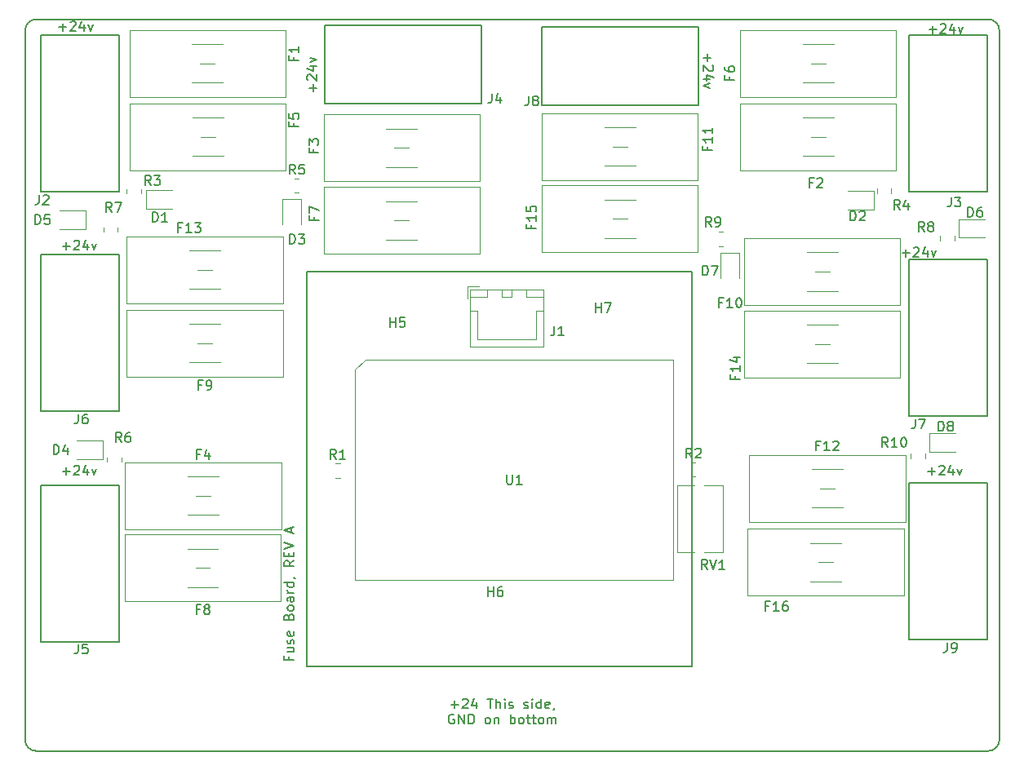
<source format=gto>
G04 #@! TF.GenerationSoftware,KiCad,Pcbnew,(6.0.1)*
G04 #@! TF.CreationDate,2022-02-16T17:26:56-07:00*
G04 #@! TF.ProjectId,MinesRobotics_PDB,4d696e65-7352-46f6-926f-746963735f50,rev?*
G04 #@! TF.SameCoordinates,Original*
G04 #@! TF.FileFunction,Legend,Top*
G04 #@! TF.FilePolarity,Positive*
%FSLAX46Y46*%
G04 Gerber Fmt 4.6, Leading zero omitted, Abs format (unit mm)*
G04 Created by KiCad (PCBNEW (6.0.1)) date 2022-02-16 17:26:56*
%MOMM*%
%LPD*%
G01*
G04 APERTURE LIST*
%ADD10C,0.150000*%
G04 #@! TA.AperFunction,Profile*
%ADD11C,0.150000*%
G04 #@! TD*
%ADD12C,0.120000*%
G04 APERTURE END LIST*
D10*
X110500000Y-77000000D02*
X150500000Y-77000000D01*
X150500000Y-77000000D02*
X150500000Y-118000000D01*
X150500000Y-118000000D02*
X110500000Y-118000000D01*
X110500000Y-118000000D02*
X110500000Y-77000000D01*
D11*
X181229000Y-126746000D02*
G75*
G03*
X182372000Y-125603000I0J1143000D01*
G01*
X82423000Y-50800000D02*
G75*
G03*
X81280000Y-51943000I0J-1143000D01*
G01*
X181229000Y-50800000D02*
X82423000Y-50800000D01*
X82423000Y-126746000D02*
X181229000Y-126746000D01*
X81280000Y-51943000D02*
X81280000Y-125603000D01*
X182372000Y-51943000D02*
G75*
G03*
X181229000Y-50800000I-1143000J0D01*
G01*
X81280000Y-125603000D02*
G75*
G03*
X82423000Y-126746000I1143000J0D01*
G01*
X182372000Y-125603000D02*
X182372000Y-51943000D01*
D10*
X174942714Y-97734428D02*
X175704619Y-97734428D01*
X175323666Y-98115380D02*
X175323666Y-97353476D01*
X176133190Y-97210619D02*
X176180809Y-97163000D01*
X176276047Y-97115380D01*
X176514142Y-97115380D01*
X176609380Y-97163000D01*
X176657000Y-97210619D01*
X176704619Y-97305857D01*
X176704619Y-97401095D01*
X176657000Y-97543952D01*
X176085571Y-98115380D01*
X176704619Y-98115380D01*
X177561761Y-97448714D02*
X177561761Y-98115380D01*
X177323666Y-97067761D02*
X177085571Y-97782047D01*
X177704619Y-97782047D01*
X177990333Y-97448714D02*
X178228428Y-98115380D01*
X178466523Y-97448714D01*
X172285714Y-75071428D02*
X173047619Y-75071428D01*
X172666666Y-75452380D02*
X172666666Y-74690476D01*
X173476190Y-74547619D02*
X173523809Y-74500000D01*
X173619047Y-74452380D01*
X173857142Y-74452380D01*
X173952380Y-74500000D01*
X174000000Y-74547619D01*
X174047619Y-74642857D01*
X174047619Y-74738095D01*
X174000000Y-74880952D01*
X173428571Y-75452380D01*
X174047619Y-75452380D01*
X174904761Y-74785714D02*
X174904761Y-75452380D01*
X174666666Y-74404761D02*
X174428571Y-75119047D01*
X175047619Y-75119047D01*
X175333333Y-74785714D02*
X175571428Y-75452380D01*
X175809523Y-74785714D01*
X175069714Y-51887428D02*
X175831619Y-51887428D01*
X175450666Y-52268380D02*
X175450666Y-51506476D01*
X176260190Y-51363619D02*
X176307809Y-51316000D01*
X176403047Y-51268380D01*
X176641142Y-51268380D01*
X176736380Y-51316000D01*
X176784000Y-51363619D01*
X176831619Y-51458857D01*
X176831619Y-51554095D01*
X176784000Y-51696952D01*
X176212571Y-52268380D01*
X176831619Y-52268380D01*
X177688761Y-51601714D02*
X177688761Y-52268380D01*
X177450666Y-51220761D02*
X177212571Y-51935047D01*
X177831619Y-51935047D01*
X178117333Y-51601714D02*
X178355428Y-52268380D01*
X178593523Y-51601714D01*
X84772714Y-51633428D02*
X85534619Y-51633428D01*
X85153666Y-52014380D02*
X85153666Y-51252476D01*
X85963190Y-51109619D02*
X86010809Y-51062000D01*
X86106047Y-51014380D01*
X86344142Y-51014380D01*
X86439380Y-51062000D01*
X86487000Y-51109619D01*
X86534619Y-51204857D01*
X86534619Y-51300095D01*
X86487000Y-51442952D01*
X85915571Y-52014380D01*
X86534619Y-52014380D01*
X87391761Y-51347714D02*
X87391761Y-52014380D01*
X87153666Y-50966761D02*
X86915571Y-51681047D01*
X87534619Y-51681047D01*
X87820333Y-51347714D02*
X88058428Y-52014380D01*
X88296523Y-51347714D01*
X125476666Y-121948428D02*
X126238571Y-121948428D01*
X125857619Y-122329380D02*
X125857619Y-121567476D01*
X126667142Y-121424619D02*
X126714761Y-121377000D01*
X126810000Y-121329380D01*
X127048095Y-121329380D01*
X127143333Y-121377000D01*
X127190952Y-121424619D01*
X127238571Y-121519857D01*
X127238571Y-121615095D01*
X127190952Y-121757952D01*
X126619523Y-122329380D01*
X127238571Y-122329380D01*
X128095714Y-121662714D02*
X128095714Y-122329380D01*
X127857619Y-121281761D02*
X127619523Y-121996047D01*
X128238571Y-121996047D01*
X129238571Y-121329380D02*
X129810000Y-121329380D01*
X129524285Y-122329380D02*
X129524285Y-121329380D01*
X130143333Y-122329380D02*
X130143333Y-121329380D01*
X130571904Y-122329380D02*
X130571904Y-121805571D01*
X130524285Y-121710333D01*
X130429047Y-121662714D01*
X130286190Y-121662714D01*
X130190952Y-121710333D01*
X130143333Y-121757952D01*
X131048095Y-122329380D02*
X131048095Y-121662714D01*
X131048095Y-121329380D02*
X131000476Y-121377000D01*
X131048095Y-121424619D01*
X131095714Y-121377000D01*
X131048095Y-121329380D01*
X131048095Y-121424619D01*
X131476666Y-122281761D02*
X131571904Y-122329380D01*
X131762380Y-122329380D01*
X131857619Y-122281761D01*
X131905238Y-122186523D01*
X131905238Y-122138904D01*
X131857619Y-122043666D01*
X131762380Y-121996047D01*
X131619523Y-121996047D01*
X131524285Y-121948428D01*
X131476666Y-121853190D01*
X131476666Y-121805571D01*
X131524285Y-121710333D01*
X131619523Y-121662714D01*
X131762380Y-121662714D01*
X131857619Y-121710333D01*
X133048095Y-122281761D02*
X133143333Y-122329380D01*
X133333809Y-122329380D01*
X133429047Y-122281761D01*
X133476666Y-122186523D01*
X133476666Y-122138904D01*
X133429047Y-122043666D01*
X133333809Y-121996047D01*
X133190952Y-121996047D01*
X133095714Y-121948428D01*
X133048095Y-121853190D01*
X133048095Y-121805571D01*
X133095714Y-121710333D01*
X133190952Y-121662714D01*
X133333809Y-121662714D01*
X133429047Y-121710333D01*
X133905238Y-122329380D02*
X133905238Y-121662714D01*
X133905238Y-121329380D02*
X133857619Y-121377000D01*
X133905238Y-121424619D01*
X133952857Y-121377000D01*
X133905238Y-121329380D01*
X133905238Y-121424619D01*
X134810000Y-122329380D02*
X134810000Y-121329380D01*
X134810000Y-122281761D02*
X134714761Y-122329380D01*
X134524285Y-122329380D01*
X134429047Y-122281761D01*
X134381428Y-122234142D01*
X134333809Y-122138904D01*
X134333809Y-121853190D01*
X134381428Y-121757952D01*
X134429047Y-121710333D01*
X134524285Y-121662714D01*
X134714761Y-121662714D01*
X134810000Y-121710333D01*
X135667142Y-122281761D02*
X135571904Y-122329380D01*
X135381428Y-122329380D01*
X135286190Y-122281761D01*
X135238571Y-122186523D01*
X135238571Y-121805571D01*
X135286190Y-121710333D01*
X135381428Y-121662714D01*
X135571904Y-121662714D01*
X135667142Y-121710333D01*
X135714761Y-121805571D01*
X135714761Y-121900809D01*
X135238571Y-121996047D01*
X136190952Y-122281761D02*
X136190952Y-122329380D01*
X136143333Y-122424619D01*
X136095714Y-122472238D01*
X125786190Y-122987000D02*
X125690952Y-122939380D01*
X125548095Y-122939380D01*
X125405238Y-122987000D01*
X125310000Y-123082238D01*
X125262380Y-123177476D01*
X125214761Y-123367952D01*
X125214761Y-123510809D01*
X125262380Y-123701285D01*
X125310000Y-123796523D01*
X125405238Y-123891761D01*
X125548095Y-123939380D01*
X125643333Y-123939380D01*
X125786190Y-123891761D01*
X125833809Y-123844142D01*
X125833809Y-123510809D01*
X125643333Y-123510809D01*
X126262380Y-123939380D02*
X126262380Y-122939380D01*
X126833809Y-123939380D01*
X126833809Y-122939380D01*
X127310000Y-123939380D02*
X127310000Y-122939380D01*
X127548095Y-122939380D01*
X127690952Y-122987000D01*
X127786190Y-123082238D01*
X127833809Y-123177476D01*
X127881428Y-123367952D01*
X127881428Y-123510809D01*
X127833809Y-123701285D01*
X127786190Y-123796523D01*
X127690952Y-123891761D01*
X127548095Y-123939380D01*
X127310000Y-123939380D01*
X129214761Y-123939380D02*
X129119523Y-123891761D01*
X129071904Y-123844142D01*
X129024285Y-123748904D01*
X129024285Y-123463190D01*
X129071904Y-123367952D01*
X129119523Y-123320333D01*
X129214761Y-123272714D01*
X129357619Y-123272714D01*
X129452857Y-123320333D01*
X129500476Y-123367952D01*
X129548095Y-123463190D01*
X129548095Y-123748904D01*
X129500476Y-123844142D01*
X129452857Y-123891761D01*
X129357619Y-123939380D01*
X129214761Y-123939380D01*
X129976666Y-123272714D02*
X129976666Y-123939380D01*
X129976666Y-123367952D02*
X130024285Y-123320333D01*
X130119523Y-123272714D01*
X130262380Y-123272714D01*
X130357619Y-123320333D01*
X130405238Y-123415571D01*
X130405238Y-123939380D01*
X131643333Y-123939380D02*
X131643333Y-122939380D01*
X131643333Y-123320333D02*
X131738571Y-123272714D01*
X131929047Y-123272714D01*
X132024285Y-123320333D01*
X132071904Y-123367952D01*
X132119523Y-123463190D01*
X132119523Y-123748904D01*
X132071904Y-123844142D01*
X132024285Y-123891761D01*
X131929047Y-123939380D01*
X131738571Y-123939380D01*
X131643333Y-123891761D01*
X132690952Y-123939380D02*
X132595714Y-123891761D01*
X132548095Y-123844142D01*
X132500476Y-123748904D01*
X132500476Y-123463190D01*
X132548095Y-123367952D01*
X132595714Y-123320333D01*
X132690952Y-123272714D01*
X132833809Y-123272714D01*
X132929047Y-123320333D01*
X132976666Y-123367952D01*
X133024285Y-123463190D01*
X133024285Y-123748904D01*
X132976666Y-123844142D01*
X132929047Y-123891761D01*
X132833809Y-123939380D01*
X132690952Y-123939380D01*
X133310000Y-123272714D02*
X133690952Y-123272714D01*
X133452857Y-122939380D02*
X133452857Y-123796523D01*
X133500476Y-123891761D01*
X133595714Y-123939380D01*
X133690952Y-123939380D01*
X133881428Y-123272714D02*
X134262380Y-123272714D01*
X134024285Y-122939380D02*
X134024285Y-123796523D01*
X134071904Y-123891761D01*
X134167142Y-123939380D01*
X134262380Y-123939380D01*
X134738571Y-123939380D02*
X134643333Y-123891761D01*
X134595714Y-123844142D01*
X134548095Y-123748904D01*
X134548095Y-123463190D01*
X134595714Y-123367952D01*
X134643333Y-123320333D01*
X134738571Y-123272714D01*
X134881428Y-123272714D01*
X134976666Y-123320333D01*
X135024285Y-123367952D01*
X135071904Y-123463190D01*
X135071904Y-123748904D01*
X135024285Y-123844142D01*
X134976666Y-123891761D01*
X134881428Y-123939380D01*
X134738571Y-123939380D01*
X135500476Y-123939380D02*
X135500476Y-123272714D01*
X135500476Y-123367952D02*
X135548095Y-123320333D01*
X135643333Y-123272714D01*
X135786190Y-123272714D01*
X135881428Y-123320333D01*
X135929047Y-123415571D01*
X135929047Y-123939380D01*
X135929047Y-123415571D02*
X135976666Y-123320333D01*
X136071904Y-123272714D01*
X136214761Y-123272714D01*
X136310000Y-123320333D01*
X136357619Y-123415571D01*
X136357619Y-123939380D01*
X85153714Y-74366428D02*
X85915619Y-74366428D01*
X85534666Y-74747380D02*
X85534666Y-73985476D01*
X86344190Y-73842619D02*
X86391809Y-73795000D01*
X86487047Y-73747380D01*
X86725142Y-73747380D01*
X86820380Y-73795000D01*
X86868000Y-73842619D01*
X86915619Y-73937857D01*
X86915619Y-74033095D01*
X86868000Y-74175952D01*
X86296571Y-74747380D01*
X86915619Y-74747380D01*
X87772761Y-74080714D02*
X87772761Y-74747380D01*
X87534666Y-73699761D02*
X87296571Y-74414047D01*
X87915619Y-74414047D01*
X88201333Y-74080714D02*
X88439428Y-74747380D01*
X88677523Y-74080714D01*
X108640571Y-116990000D02*
X108640571Y-117323333D01*
X109164380Y-117323333D02*
X108164380Y-117323333D01*
X108164380Y-116847142D01*
X108497714Y-116037619D02*
X109164380Y-116037619D01*
X108497714Y-116466190D02*
X109021523Y-116466190D01*
X109116761Y-116418571D01*
X109164380Y-116323333D01*
X109164380Y-116180476D01*
X109116761Y-116085238D01*
X109069142Y-116037619D01*
X109116761Y-115609047D02*
X109164380Y-115513809D01*
X109164380Y-115323333D01*
X109116761Y-115228095D01*
X109021523Y-115180476D01*
X108973904Y-115180476D01*
X108878666Y-115228095D01*
X108831047Y-115323333D01*
X108831047Y-115466190D01*
X108783428Y-115561428D01*
X108688190Y-115609047D01*
X108640571Y-115609047D01*
X108545333Y-115561428D01*
X108497714Y-115466190D01*
X108497714Y-115323333D01*
X108545333Y-115228095D01*
X109116761Y-114370952D02*
X109164380Y-114466190D01*
X109164380Y-114656666D01*
X109116761Y-114751904D01*
X109021523Y-114799523D01*
X108640571Y-114799523D01*
X108545333Y-114751904D01*
X108497714Y-114656666D01*
X108497714Y-114466190D01*
X108545333Y-114370952D01*
X108640571Y-114323333D01*
X108735809Y-114323333D01*
X108831047Y-114799523D01*
X108640571Y-112799523D02*
X108688190Y-112656666D01*
X108735809Y-112609047D01*
X108831047Y-112561428D01*
X108973904Y-112561428D01*
X109069142Y-112609047D01*
X109116761Y-112656666D01*
X109164380Y-112751904D01*
X109164380Y-113132857D01*
X108164380Y-113132857D01*
X108164380Y-112799523D01*
X108212000Y-112704285D01*
X108259619Y-112656666D01*
X108354857Y-112609047D01*
X108450095Y-112609047D01*
X108545333Y-112656666D01*
X108592952Y-112704285D01*
X108640571Y-112799523D01*
X108640571Y-113132857D01*
X109164380Y-111990000D02*
X109116761Y-112085238D01*
X109069142Y-112132857D01*
X108973904Y-112180476D01*
X108688190Y-112180476D01*
X108592952Y-112132857D01*
X108545333Y-112085238D01*
X108497714Y-111990000D01*
X108497714Y-111847142D01*
X108545333Y-111751904D01*
X108592952Y-111704285D01*
X108688190Y-111656666D01*
X108973904Y-111656666D01*
X109069142Y-111704285D01*
X109116761Y-111751904D01*
X109164380Y-111847142D01*
X109164380Y-111990000D01*
X109164380Y-110799523D02*
X108640571Y-110799523D01*
X108545333Y-110847142D01*
X108497714Y-110942380D01*
X108497714Y-111132857D01*
X108545333Y-111228095D01*
X109116761Y-110799523D02*
X109164380Y-110894761D01*
X109164380Y-111132857D01*
X109116761Y-111228095D01*
X109021523Y-111275714D01*
X108926285Y-111275714D01*
X108831047Y-111228095D01*
X108783428Y-111132857D01*
X108783428Y-110894761D01*
X108735809Y-110799523D01*
X109164380Y-110323333D02*
X108497714Y-110323333D01*
X108688190Y-110323333D02*
X108592952Y-110275714D01*
X108545333Y-110228095D01*
X108497714Y-110132857D01*
X108497714Y-110037619D01*
X109164380Y-109275714D02*
X108164380Y-109275714D01*
X109116761Y-109275714D02*
X109164380Y-109370952D01*
X109164380Y-109561428D01*
X109116761Y-109656666D01*
X109069142Y-109704285D01*
X108973904Y-109751904D01*
X108688190Y-109751904D01*
X108592952Y-109704285D01*
X108545333Y-109656666D01*
X108497714Y-109561428D01*
X108497714Y-109370952D01*
X108545333Y-109275714D01*
X109116761Y-108751904D02*
X109164380Y-108751904D01*
X109259619Y-108799523D01*
X109307238Y-108847142D01*
X109164380Y-106990000D02*
X108688190Y-107323333D01*
X109164380Y-107561428D02*
X108164380Y-107561428D01*
X108164380Y-107180476D01*
X108212000Y-107085238D01*
X108259619Y-107037619D01*
X108354857Y-106990000D01*
X108497714Y-106990000D01*
X108592952Y-107037619D01*
X108640571Y-107085238D01*
X108688190Y-107180476D01*
X108688190Y-107561428D01*
X108640571Y-106561428D02*
X108640571Y-106228095D01*
X109164380Y-106085238D02*
X109164380Y-106561428D01*
X108164380Y-106561428D01*
X108164380Y-106085238D01*
X108164380Y-105799523D02*
X109164380Y-105466190D01*
X108164380Y-105132857D01*
X108878666Y-104085238D02*
X108878666Y-103609047D01*
X109164380Y-104180476D02*
X108164380Y-103847142D01*
X109164380Y-103513809D01*
X152074571Y-54419714D02*
X152074571Y-55181619D01*
X151693619Y-54800666D02*
X152455523Y-54800666D01*
X152598380Y-55610190D02*
X152646000Y-55657809D01*
X152693619Y-55753047D01*
X152693619Y-55991142D01*
X152646000Y-56086380D01*
X152598380Y-56134000D01*
X152503142Y-56181619D01*
X152407904Y-56181619D01*
X152265047Y-56134000D01*
X151693619Y-55562571D01*
X151693619Y-56181619D01*
X152360285Y-57038761D02*
X151693619Y-57038761D01*
X152741238Y-56800666D02*
X152026952Y-56562571D01*
X152026952Y-57181619D01*
X152360285Y-57467333D02*
X151693619Y-57705428D01*
X152360285Y-57943523D01*
X85153714Y-97734428D02*
X85915619Y-97734428D01*
X85534666Y-98115380D02*
X85534666Y-97353476D01*
X86344190Y-97210619D02*
X86391809Y-97163000D01*
X86487047Y-97115380D01*
X86725142Y-97115380D01*
X86820380Y-97163000D01*
X86868000Y-97210619D01*
X86915619Y-97305857D01*
X86915619Y-97401095D01*
X86868000Y-97543952D01*
X86296571Y-98115380D01*
X86915619Y-98115380D01*
X87772761Y-97448714D02*
X87772761Y-98115380D01*
X87534666Y-97067761D02*
X87296571Y-97782047D01*
X87915619Y-97782047D01*
X88201333Y-97448714D02*
X88439428Y-98115380D01*
X88677523Y-97448714D01*
X111145628Y-58305485D02*
X111145628Y-57543580D01*
X111526580Y-57924533D02*
X110764676Y-57924533D01*
X110621819Y-57115009D02*
X110574200Y-57067390D01*
X110526580Y-56972152D01*
X110526580Y-56734057D01*
X110574200Y-56638819D01*
X110621819Y-56591200D01*
X110717057Y-56543580D01*
X110812295Y-56543580D01*
X110955152Y-56591200D01*
X111526580Y-57162628D01*
X111526580Y-56543580D01*
X110859914Y-55686438D02*
X111526580Y-55686438D01*
X110478961Y-55924533D02*
X111193247Y-56162628D01*
X111193247Y-55543580D01*
X110859914Y-55257866D02*
X111526580Y-55019771D01*
X110859914Y-54781676D01*
X111205971Y-64265133D02*
X111205971Y-64598466D01*
X111729780Y-64598466D02*
X110729780Y-64598466D01*
X110729780Y-64122276D01*
X110729780Y-63836561D02*
X110729780Y-63217514D01*
X111110733Y-63550847D01*
X111110733Y-63407990D01*
X111158352Y-63312752D01*
X111205971Y-63265133D01*
X111301209Y-63217514D01*
X111539304Y-63217514D01*
X111634542Y-63265133D01*
X111682161Y-63312752D01*
X111729780Y-63407990D01*
X111729780Y-63693704D01*
X111682161Y-63788942D01*
X111634542Y-63836561D01*
X109307333Y-66874380D02*
X108974000Y-66398190D01*
X108735904Y-66874380D02*
X108735904Y-65874380D01*
X109116857Y-65874380D01*
X109212095Y-65922000D01*
X109259714Y-65969619D01*
X109307333Y-66064857D01*
X109307333Y-66207714D01*
X109259714Y-66302952D01*
X109212095Y-66350571D01*
X109116857Y-66398190D01*
X108735904Y-66398190D01*
X110212095Y-65874380D02*
X109735904Y-65874380D01*
X109688285Y-66350571D01*
X109735904Y-66302952D01*
X109831142Y-66255333D01*
X110069238Y-66255333D01*
X110164476Y-66302952D01*
X110212095Y-66350571D01*
X110259714Y-66445809D01*
X110259714Y-66683904D01*
X110212095Y-66779142D01*
X110164476Y-66826761D01*
X110069238Y-66874380D01*
X109831142Y-66874380D01*
X109735904Y-66826761D01*
X109688285Y-66779142D01*
X162988666Y-67746571D02*
X162655333Y-67746571D01*
X162655333Y-68270380D02*
X162655333Y-67270380D01*
X163131523Y-67270380D01*
X163464857Y-67365619D02*
X163512476Y-67318000D01*
X163607714Y-67270380D01*
X163845809Y-67270380D01*
X163941047Y-67318000D01*
X163988666Y-67365619D01*
X164036285Y-67460857D01*
X164036285Y-67556095D01*
X163988666Y-67698952D01*
X163417238Y-68270380D01*
X164036285Y-68270380D01*
X151593904Y-77360380D02*
X151593904Y-76360380D01*
X151832000Y-76360380D01*
X151974857Y-76408000D01*
X152070095Y-76503238D01*
X152117714Y-76598476D01*
X152165333Y-76788952D01*
X152165333Y-76931809D01*
X152117714Y-77122285D01*
X152070095Y-77217523D01*
X151974857Y-77312761D01*
X151832000Y-77360380D01*
X151593904Y-77360380D01*
X152498666Y-76360380D02*
X153165333Y-76360380D01*
X152736761Y-77360380D01*
X154928571Y-87809523D02*
X154928571Y-88142857D01*
X155452380Y-88142857D02*
X154452380Y-88142857D01*
X154452380Y-87666666D01*
X155452380Y-86761904D02*
X155452380Y-87333333D01*
X155452380Y-87047619D02*
X154452380Y-87047619D01*
X154595238Y-87142857D01*
X154690476Y-87238095D01*
X154738095Y-87333333D01*
X154785714Y-85904761D02*
X155452380Y-85904761D01*
X154404761Y-86142857D02*
X155119047Y-86380952D01*
X155119047Y-85761904D01*
X86788666Y-115657380D02*
X86788666Y-116371666D01*
X86741047Y-116514523D01*
X86645809Y-116609761D01*
X86502952Y-116657380D01*
X86407714Y-116657380D01*
X87741047Y-115657380D02*
X87264857Y-115657380D01*
X87217238Y-116133571D01*
X87264857Y-116085952D01*
X87360095Y-116038333D01*
X87598190Y-116038333D01*
X87693428Y-116085952D01*
X87741047Y-116133571D01*
X87788666Y-116228809D01*
X87788666Y-116466904D01*
X87741047Y-116562142D01*
X87693428Y-116609761D01*
X87598190Y-116657380D01*
X87360095Y-116657380D01*
X87264857Y-116609761D01*
X87217238Y-116562142D01*
X108735904Y-74112380D02*
X108735904Y-73112380D01*
X108974000Y-73112380D01*
X109116857Y-73160000D01*
X109212095Y-73255238D01*
X109259714Y-73350476D01*
X109307333Y-73540952D01*
X109307333Y-73683809D01*
X109259714Y-73874285D01*
X109212095Y-73969523D01*
X109116857Y-74064761D01*
X108974000Y-74112380D01*
X108735904Y-74112380D01*
X109640666Y-73112380D02*
X110259714Y-73112380D01*
X109926380Y-73493333D01*
X110069238Y-73493333D01*
X110164476Y-73540952D01*
X110212095Y-73588571D01*
X110259714Y-73683809D01*
X110259714Y-73921904D01*
X110212095Y-74017142D01*
X110164476Y-74064761D01*
X110069238Y-74112380D01*
X109783523Y-74112380D01*
X109688285Y-74064761D01*
X109640666Y-74017142D01*
X133524666Y-58761380D02*
X133524666Y-59475666D01*
X133477047Y-59618523D01*
X133381809Y-59713761D01*
X133238952Y-59761380D01*
X133143714Y-59761380D01*
X134143714Y-59189952D02*
X134048476Y-59142333D01*
X134000857Y-59094714D01*
X133953238Y-58999476D01*
X133953238Y-58951857D01*
X134000857Y-58856619D01*
X134048476Y-58809000D01*
X134143714Y-58761380D01*
X134334190Y-58761380D01*
X134429428Y-58809000D01*
X134477047Y-58856619D01*
X134524666Y-58951857D01*
X134524666Y-58999476D01*
X134477047Y-59094714D01*
X134429428Y-59142333D01*
X134334190Y-59189952D01*
X134143714Y-59189952D01*
X134048476Y-59237571D01*
X134000857Y-59285190D01*
X133953238Y-59380428D01*
X133953238Y-59570904D01*
X134000857Y-59666142D01*
X134048476Y-59713761D01*
X134143714Y-59761380D01*
X134334190Y-59761380D01*
X134429428Y-59713761D01*
X134477047Y-59666142D01*
X134524666Y-59570904D01*
X134524666Y-59380428D01*
X134477047Y-59285190D01*
X134429428Y-59237571D01*
X134334190Y-59189952D01*
X158448476Y-111688571D02*
X158115142Y-111688571D01*
X158115142Y-112212380D02*
X158115142Y-111212380D01*
X158591333Y-111212380D01*
X159496095Y-112212380D02*
X158924666Y-112212380D01*
X159210380Y-112212380D02*
X159210380Y-111212380D01*
X159115142Y-111355238D01*
X159019904Y-111450476D01*
X158924666Y-111498095D01*
X160353238Y-111212380D02*
X160162761Y-111212380D01*
X160067523Y-111260000D01*
X160019904Y-111307619D01*
X159924666Y-111450476D01*
X159877047Y-111640952D01*
X159877047Y-112021904D01*
X159924666Y-112117142D01*
X159972285Y-112164761D01*
X160067523Y-112212380D01*
X160258000Y-112212380D01*
X160353238Y-112164761D01*
X160400857Y-112117142D01*
X160448476Y-112021904D01*
X160448476Y-111783809D01*
X160400857Y-111688571D01*
X160353238Y-111640952D01*
X160258000Y-111593333D01*
X160067523Y-111593333D01*
X159972285Y-111640952D01*
X159924666Y-111688571D01*
X159877047Y-111783809D01*
X166901904Y-71698380D02*
X166901904Y-70698380D01*
X167140000Y-70698380D01*
X167282857Y-70746000D01*
X167378095Y-70841238D01*
X167425714Y-70936476D01*
X167473333Y-71126952D01*
X167473333Y-71269809D01*
X167425714Y-71460285D01*
X167378095Y-71555523D01*
X167282857Y-71650761D01*
X167140000Y-71698380D01*
X166901904Y-71698380D01*
X167854285Y-70793619D02*
X167901904Y-70746000D01*
X167997142Y-70698380D01*
X168235238Y-70698380D01*
X168330476Y-70746000D01*
X168378095Y-70793619D01*
X168425714Y-70888857D01*
X168425714Y-70984095D01*
X168378095Y-71126952D01*
X167806666Y-71698380D01*
X168425714Y-71698380D01*
X82724666Y-69048380D02*
X82724666Y-69762666D01*
X82677047Y-69905523D01*
X82581809Y-70000761D01*
X82438952Y-70048380D01*
X82343714Y-70048380D01*
X83153238Y-69143619D02*
X83200857Y-69096000D01*
X83296095Y-69048380D01*
X83534190Y-69048380D01*
X83629428Y-69096000D01*
X83677047Y-69143619D01*
X83724666Y-69238857D01*
X83724666Y-69334095D01*
X83677047Y-69476952D01*
X83105619Y-70048380D01*
X83724666Y-70048380D01*
X163706276Y-95050371D02*
X163372942Y-95050371D01*
X163372942Y-95574180D02*
X163372942Y-94574180D01*
X163849133Y-94574180D01*
X164753895Y-95574180D02*
X164182466Y-95574180D01*
X164468180Y-95574180D02*
X164468180Y-94574180D01*
X164372942Y-94717038D01*
X164277704Y-94812276D01*
X164182466Y-94859895D01*
X165134847Y-94669419D02*
X165182466Y-94621800D01*
X165277704Y-94574180D01*
X165515800Y-94574180D01*
X165611038Y-94621800D01*
X165658657Y-94669419D01*
X165706276Y-94764657D01*
X165706276Y-94859895D01*
X165658657Y-95002752D01*
X165087228Y-95574180D01*
X165706276Y-95574180D01*
X174585333Y-72842380D02*
X174252000Y-72366190D01*
X174013904Y-72842380D02*
X174013904Y-71842380D01*
X174394857Y-71842380D01*
X174490095Y-71890000D01*
X174537714Y-71937619D01*
X174585333Y-72032857D01*
X174585333Y-72175714D01*
X174537714Y-72270952D01*
X174490095Y-72318571D01*
X174394857Y-72366190D01*
X174013904Y-72366190D01*
X175156761Y-72270952D02*
X175061523Y-72223333D01*
X175013904Y-72175714D01*
X174966285Y-72080476D01*
X174966285Y-72032857D01*
X175013904Y-71937619D01*
X175061523Y-71890000D01*
X175156761Y-71842380D01*
X175347238Y-71842380D01*
X175442476Y-71890000D01*
X175490095Y-71937619D01*
X175537714Y-72032857D01*
X175537714Y-72080476D01*
X175490095Y-72175714D01*
X175442476Y-72223333D01*
X175347238Y-72270952D01*
X175156761Y-72270952D01*
X175061523Y-72318571D01*
X175013904Y-72366190D01*
X174966285Y-72461428D01*
X174966285Y-72651904D01*
X175013904Y-72747142D01*
X175061523Y-72794761D01*
X175156761Y-72842380D01*
X175347238Y-72842380D01*
X175442476Y-72794761D01*
X175490095Y-72747142D01*
X175537714Y-72651904D01*
X175537714Y-72461428D01*
X175490095Y-72366190D01*
X175442476Y-72318571D01*
X175347238Y-72270952D01*
X84235904Y-95956380D02*
X84235904Y-94956380D01*
X84474000Y-94956380D01*
X84616857Y-95004000D01*
X84712095Y-95099238D01*
X84759714Y-95194476D01*
X84807333Y-95384952D01*
X84807333Y-95527809D01*
X84759714Y-95718285D01*
X84712095Y-95813523D01*
X84616857Y-95908761D01*
X84474000Y-95956380D01*
X84235904Y-95956380D01*
X85664476Y-95289714D02*
X85664476Y-95956380D01*
X85426380Y-94908761D02*
X85188285Y-95623047D01*
X85807333Y-95623047D01*
X173656666Y-92289380D02*
X173656666Y-93003666D01*
X173609047Y-93146523D01*
X173513809Y-93241761D01*
X173370952Y-93289380D01*
X173275714Y-93289380D01*
X174037619Y-92289380D02*
X174704285Y-92289380D01*
X174275714Y-93289380D01*
X113553733Y-96439180D02*
X113220400Y-95962990D01*
X112982304Y-96439180D02*
X112982304Y-95439180D01*
X113363257Y-95439180D01*
X113458495Y-95486800D01*
X113506114Y-95534419D01*
X113553733Y-95629657D01*
X113553733Y-95772514D01*
X113506114Y-95867752D01*
X113458495Y-95915371D01*
X113363257Y-95962990D01*
X112982304Y-95962990D01*
X114506114Y-96439180D02*
X113934685Y-96439180D01*
X114220400Y-96439180D02*
X114220400Y-95439180D01*
X114125161Y-95582038D01*
X114029923Y-95677276D01*
X113934685Y-95724895D01*
X176045904Y-93544380D02*
X176045904Y-92544380D01*
X176284000Y-92544380D01*
X176426857Y-92592000D01*
X176522095Y-92687238D01*
X176569714Y-92782476D01*
X176617333Y-92972952D01*
X176617333Y-93115809D01*
X176569714Y-93306285D01*
X176522095Y-93401523D01*
X176426857Y-93496761D01*
X176284000Y-93544380D01*
X176045904Y-93544380D01*
X177188761Y-92972952D02*
X177093523Y-92925333D01*
X177045904Y-92877714D01*
X176998285Y-92782476D01*
X176998285Y-92734857D01*
X177045904Y-92639619D01*
X177093523Y-92592000D01*
X177188761Y-92544380D01*
X177379238Y-92544380D01*
X177474476Y-92592000D01*
X177522095Y-92639619D01*
X177569714Y-92734857D01*
X177569714Y-92782476D01*
X177522095Y-92877714D01*
X177474476Y-92925333D01*
X177379238Y-92972952D01*
X177188761Y-92972952D01*
X177093523Y-93020571D01*
X177045904Y-93068190D01*
X176998285Y-93163428D01*
X176998285Y-93353904D01*
X177045904Y-93449142D01*
X177093523Y-93496761D01*
X177188761Y-93544380D01*
X177379238Y-93544380D01*
X177474476Y-93496761D01*
X177522095Y-93449142D01*
X177569714Y-93353904D01*
X177569714Y-93163428D01*
X177522095Y-93068190D01*
X177474476Y-93020571D01*
X177379238Y-92972952D01*
X129691666Y-58508380D02*
X129691666Y-59222666D01*
X129644047Y-59365523D01*
X129548809Y-59460761D01*
X129405952Y-59508380D01*
X129310714Y-59508380D01*
X130596428Y-58841714D02*
X130596428Y-59508380D01*
X130358333Y-58460761D02*
X130120238Y-59175047D01*
X130739285Y-59175047D01*
X94321333Y-68016380D02*
X93988000Y-67540190D01*
X93749904Y-68016380D02*
X93749904Y-67016380D01*
X94130857Y-67016380D01*
X94226095Y-67064000D01*
X94273714Y-67111619D01*
X94321333Y-67206857D01*
X94321333Y-67349714D01*
X94273714Y-67444952D01*
X94226095Y-67492571D01*
X94130857Y-67540190D01*
X93749904Y-67540190D01*
X94654666Y-67016380D02*
X95273714Y-67016380D01*
X94940380Y-67397333D01*
X95083238Y-67397333D01*
X95178476Y-67444952D01*
X95226095Y-67492571D01*
X95273714Y-67587809D01*
X95273714Y-67825904D01*
X95226095Y-67921142D01*
X95178476Y-67968761D01*
X95083238Y-68016380D01*
X94797523Y-68016380D01*
X94702285Y-67968761D01*
X94654666Y-67921142D01*
X111231371Y-71300933D02*
X111231371Y-71634266D01*
X111755180Y-71634266D02*
X110755180Y-71634266D01*
X110755180Y-71158076D01*
X110755180Y-70872361D02*
X110755180Y-70205695D01*
X111755180Y-70634266D01*
X152487333Y-72334380D02*
X152154000Y-71858190D01*
X151915904Y-72334380D02*
X151915904Y-71334380D01*
X152296857Y-71334380D01*
X152392095Y-71382000D01*
X152439714Y-71429619D01*
X152487333Y-71524857D01*
X152487333Y-71667714D01*
X152439714Y-71762952D01*
X152392095Y-71810571D01*
X152296857Y-71858190D01*
X151915904Y-71858190D01*
X152963523Y-72334380D02*
X153154000Y-72334380D01*
X153249238Y-72286761D01*
X153296857Y-72239142D01*
X153392095Y-72096285D01*
X153439714Y-71905809D01*
X153439714Y-71524857D01*
X153392095Y-71429619D01*
X153344476Y-71382000D01*
X153249238Y-71334380D01*
X153058761Y-71334380D01*
X152963523Y-71382000D01*
X152915904Y-71429619D01*
X152868285Y-71524857D01*
X152868285Y-71762952D01*
X152915904Y-71858190D01*
X152963523Y-71905809D01*
X153058761Y-71953428D01*
X153249238Y-71953428D01*
X153344476Y-71905809D01*
X153392095Y-71858190D01*
X153439714Y-71762952D01*
X152074571Y-64055523D02*
X152074571Y-64388857D01*
X152598380Y-64388857D02*
X151598380Y-64388857D01*
X151598380Y-63912666D01*
X152598380Y-63007904D02*
X152598380Y-63579333D01*
X152598380Y-63293619D02*
X151598380Y-63293619D01*
X151741238Y-63388857D01*
X151836476Y-63484095D01*
X151884095Y-63579333D01*
X152598380Y-62055523D02*
X152598380Y-62626952D01*
X152598380Y-62341238D02*
X151598380Y-62341238D01*
X151741238Y-62436476D01*
X151836476Y-62531714D01*
X151884095Y-62626952D01*
X94511904Y-71826380D02*
X94511904Y-70826380D01*
X94750000Y-70826380D01*
X94892857Y-70874000D01*
X94988095Y-70969238D01*
X95035714Y-71064476D01*
X95083333Y-71254952D01*
X95083333Y-71397809D01*
X95035714Y-71588285D01*
X94988095Y-71683523D01*
X94892857Y-71778761D01*
X94750000Y-71826380D01*
X94511904Y-71826380D01*
X96035714Y-71826380D02*
X95464285Y-71826380D01*
X95750000Y-71826380D02*
X95750000Y-70826380D01*
X95654761Y-70969238D01*
X95559523Y-71064476D01*
X95464285Y-71112095D01*
X153622476Y-80192571D02*
X153289142Y-80192571D01*
X153289142Y-80716380D02*
X153289142Y-79716380D01*
X153765333Y-79716380D01*
X154670095Y-80716380D02*
X154098666Y-80716380D01*
X154384380Y-80716380D02*
X154384380Y-79716380D01*
X154289142Y-79859238D01*
X154193904Y-79954476D01*
X154098666Y-80002095D01*
X155289142Y-79716380D02*
X155384380Y-79716380D01*
X155479619Y-79764000D01*
X155527238Y-79811619D01*
X155574857Y-79906857D01*
X155622476Y-80097333D01*
X155622476Y-80335428D01*
X155574857Y-80525904D01*
X155527238Y-80621142D01*
X155479619Y-80668761D01*
X155384380Y-80716380D01*
X155289142Y-80716380D01*
X155193904Y-80668761D01*
X155146285Y-80621142D01*
X155098666Y-80525904D01*
X155051047Y-80335428D01*
X155051047Y-80097333D01*
X155098666Y-79906857D01*
X155146285Y-79811619D01*
X155193904Y-79764000D01*
X155289142Y-79716380D01*
X176958666Y-115530380D02*
X176958666Y-116244666D01*
X176911047Y-116387523D01*
X176815809Y-116482761D01*
X176672952Y-116530380D01*
X176577714Y-116530380D01*
X177482476Y-116530380D02*
X177672952Y-116530380D01*
X177768190Y-116482761D01*
X177815809Y-116435142D01*
X177911047Y-116292285D01*
X177958666Y-116101809D01*
X177958666Y-115720857D01*
X177911047Y-115625619D01*
X177863428Y-115578000D01*
X177768190Y-115530380D01*
X177577714Y-115530380D01*
X177482476Y-115578000D01*
X177434857Y-115625619D01*
X177387238Y-115720857D01*
X177387238Y-115958952D01*
X177434857Y-116054190D01*
X177482476Y-116101809D01*
X177577714Y-116149428D01*
X177768190Y-116149428D01*
X177863428Y-116101809D01*
X177911047Y-116054190D01*
X177958666Y-115958952D01*
X82319904Y-72080380D02*
X82319904Y-71080380D01*
X82558000Y-71080380D01*
X82700857Y-71128000D01*
X82796095Y-71223238D01*
X82843714Y-71318476D01*
X82891333Y-71508952D01*
X82891333Y-71651809D01*
X82843714Y-71842285D01*
X82796095Y-71937523D01*
X82700857Y-72032761D01*
X82558000Y-72080380D01*
X82319904Y-72080380D01*
X83796095Y-71080380D02*
X83319904Y-71080380D01*
X83272285Y-71556571D01*
X83319904Y-71508952D01*
X83415142Y-71461333D01*
X83653238Y-71461333D01*
X83748476Y-71508952D01*
X83796095Y-71556571D01*
X83843714Y-71651809D01*
X83843714Y-71889904D01*
X83796095Y-71985142D01*
X83748476Y-72032761D01*
X83653238Y-72080380D01*
X83415142Y-72080380D01*
X83319904Y-72032761D01*
X83272285Y-71985142D01*
X99590266Y-88728171D02*
X99256933Y-88728171D01*
X99256933Y-89251980D02*
X99256933Y-88251980D01*
X99733123Y-88251980D01*
X100161695Y-89251980D02*
X100352171Y-89251980D01*
X100447409Y-89204361D01*
X100495028Y-89156742D01*
X100590266Y-89013885D01*
X100637885Y-88823409D01*
X100637885Y-88442457D01*
X100590266Y-88347219D01*
X100542647Y-88299600D01*
X100447409Y-88251980D01*
X100256933Y-88251980D01*
X100161695Y-88299600D01*
X100114076Y-88347219D01*
X100066457Y-88442457D01*
X100066457Y-88680552D01*
X100114076Y-88775790D01*
X100161695Y-88823409D01*
X100256933Y-88871028D01*
X100447409Y-88871028D01*
X100542647Y-88823409D01*
X100590266Y-88775790D01*
X100637885Y-88680552D01*
X140462095Y-81224380D02*
X140462095Y-80224380D01*
X140462095Y-80700571D02*
X141033523Y-80700571D01*
X141033523Y-81224380D02*
X141033523Y-80224380D01*
X141414476Y-80224380D02*
X142081142Y-80224380D01*
X141652571Y-81224380D01*
X170807142Y-95194380D02*
X170473809Y-94718190D01*
X170235714Y-95194380D02*
X170235714Y-94194380D01*
X170616666Y-94194380D01*
X170711904Y-94242000D01*
X170759523Y-94289619D01*
X170807142Y-94384857D01*
X170807142Y-94527714D01*
X170759523Y-94622952D01*
X170711904Y-94670571D01*
X170616666Y-94718190D01*
X170235714Y-94718190D01*
X171759523Y-95194380D02*
X171188095Y-95194380D01*
X171473809Y-95194380D02*
X171473809Y-94194380D01*
X171378571Y-94337238D01*
X171283333Y-94432476D01*
X171188095Y-94480095D01*
X172378571Y-94194380D02*
X172473809Y-94194380D01*
X172569047Y-94242000D01*
X172616666Y-94289619D01*
X172664285Y-94384857D01*
X172711904Y-94575333D01*
X172711904Y-94813428D01*
X172664285Y-95003904D01*
X172616666Y-95099142D01*
X172569047Y-95146761D01*
X172473809Y-95194380D01*
X172378571Y-95194380D01*
X172283333Y-95146761D01*
X172235714Y-95099142D01*
X172188095Y-95003904D01*
X172140476Y-94813428D01*
X172140476Y-94575333D01*
X172188095Y-94384857D01*
X172235714Y-94289619D01*
X172283333Y-94242000D01*
X172378571Y-94194380D01*
X150455333Y-96338380D02*
X150122000Y-95862190D01*
X149883904Y-96338380D02*
X149883904Y-95338380D01*
X150264857Y-95338380D01*
X150360095Y-95386000D01*
X150407714Y-95433619D01*
X150455333Y-95528857D01*
X150455333Y-95671714D01*
X150407714Y-95766952D01*
X150360095Y-95814571D01*
X150264857Y-95862190D01*
X149883904Y-95862190D01*
X150836285Y-95433619D02*
X150883904Y-95386000D01*
X150979142Y-95338380D01*
X151217238Y-95338380D01*
X151312476Y-95386000D01*
X151360095Y-95433619D01*
X151407714Y-95528857D01*
X151407714Y-95624095D01*
X151360095Y-95766952D01*
X150788666Y-96338380D01*
X151407714Y-96338380D01*
X97495476Y-72392971D02*
X97162142Y-72392971D01*
X97162142Y-72916780D02*
X97162142Y-71916780D01*
X97638333Y-71916780D01*
X98543095Y-72916780D02*
X97971666Y-72916780D01*
X98257380Y-72916780D02*
X98257380Y-71916780D01*
X98162142Y-72059638D01*
X98066904Y-72154876D01*
X97971666Y-72202495D01*
X98876428Y-71916780D02*
X99495476Y-71916780D01*
X99162142Y-72297733D01*
X99305000Y-72297733D01*
X99400238Y-72345352D01*
X99447857Y-72392971D01*
X99495476Y-72488209D01*
X99495476Y-72726304D01*
X99447857Y-72821542D01*
X99400238Y-72869161D01*
X99305000Y-72916780D01*
X99019285Y-72916780D01*
X98924047Y-72869161D01*
X98876428Y-72821542D01*
X179093904Y-71302380D02*
X179093904Y-70302380D01*
X179332000Y-70302380D01*
X179474857Y-70350000D01*
X179570095Y-70445238D01*
X179617714Y-70540476D01*
X179665333Y-70730952D01*
X179665333Y-70873809D01*
X179617714Y-71064285D01*
X179570095Y-71159523D01*
X179474857Y-71254761D01*
X179332000Y-71302380D01*
X179093904Y-71302380D01*
X180522476Y-70302380D02*
X180332000Y-70302380D01*
X180236761Y-70350000D01*
X180189142Y-70397619D01*
X180093904Y-70540476D01*
X180046285Y-70730952D01*
X180046285Y-71111904D01*
X180093904Y-71207142D01*
X180141523Y-71254761D01*
X180236761Y-71302380D01*
X180427238Y-71302380D01*
X180522476Y-71254761D01*
X180570095Y-71207142D01*
X180617714Y-71111904D01*
X180617714Y-70873809D01*
X180570095Y-70778571D01*
X180522476Y-70730952D01*
X180427238Y-70683333D01*
X180236761Y-70683333D01*
X180141523Y-70730952D01*
X180093904Y-70778571D01*
X180046285Y-70873809D01*
X172045333Y-70556380D02*
X171712000Y-70080190D01*
X171473904Y-70556380D02*
X171473904Y-69556380D01*
X171854857Y-69556380D01*
X171950095Y-69604000D01*
X171997714Y-69651619D01*
X172045333Y-69746857D01*
X172045333Y-69889714D01*
X171997714Y-69984952D01*
X171950095Y-70032571D01*
X171854857Y-70080190D01*
X171473904Y-70080190D01*
X172902476Y-69889714D02*
X172902476Y-70556380D01*
X172664380Y-69508761D02*
X172426285Y-70223047D01*
X173045333Y-70223047D01*
X119126095Y-82748380D02*
X119126095Y-81748380D01*
X119126095Y-82224571D02*
X119697523Y-82224571D01*
X119697523Y-82748380D02*
X119697523Y-81748380D01*
X120649904Y-81748380D02*
X120173714Y-81748380D01*
X120126095Y-82224571D01*
X120173714Y-82176952D01*
X120268952Y-82129333D01*
X120507047Y-82129333D01*
X120602285Y-82176952D01*
X120649904Y-82224571D01*
X120697523Y-82319809D01*
X120697523Y-82557904D01*
X120649904Y-82653142D01*
X120602285Y-82700761D01*
X120507047Y-82748380D01*
X120268952Y-82748380D01*
X120173714Y-82700761D01*
X120126095Y-82653142D01*
X131267295Y-98063180D02*
X131267295Y-98872704D01*
X131314914Y-98967942D01*
X131362533Y-99015561D01*
X131457771Y-99063180D01*
X131648247Y-99063180D01*
X131743485Y-99015561D01*
X131791104Y-98967942D01*
X131838723Y-98872704D01*
X131838723Y-98063180D01*
X132838723Y-99063180D02*
X132267295Y-99063180D01*
X132553009Y-99063180D02*
X132553009Y-98063180D01*
X132457771Y-98206038D01*
X132362533Y-98301276D01*
X132267295Y-98348895D01*
X90257333Y-70810380D02*
X89924000Y-70334190D01*
X89685904Y-70810380D02*
X89685904Y-69810380D01*
X90066857Y-69810380D01*
X90162095Y-69858000D01*
X90209714Y-69905619D01*
X90257333Y-70000857D01*
X90257333Y-70143714D01*
X90209714Y-70238952D01*
X90162095Y-70286571D01*
X90066857Y-70334190D01*
X89685904Y-70334190D01*
X90590666Y-69810380D02*
X91257333Y-69810380D01*
X90828761Y-70810380D01*
X152058761Y-107894380D02*
X151725428Y-107418190D01*
X151487333Y-107894380D02*
X151487333Y-106894380D01*
X151868285Y-106894380D01*
X151963523Y-106942000D01*
X152011142Y-106989619D01*
X152058761Y-107084857D01*
X152058761Y-107227714D01*
X152011142Y-107322952D01*
X151963523Y-107370571D01*
X151868285Y-107418190D01*
X151487333Y-107418190D01*
X152344476Y-106894380D02*
X152677809Y-107894380D01*
X153011142Y-106894380D01*
X153868285Y-107894380D02*
X153296857Y-107894380D01*
X153582571Y-107894380D02*
X153582571Y-106894380D01*
X153487333Y-107037238D01*
X153392095Y-107132476D01*
X153296857Y-107180095D01*
X129286095Y-110698380D02*
X129286095Y-109698380D01*
X129286095Y-110174571D02*
X129857523Y-110174571D01*
X129857523Y-110698380D02*
X129857523Y-109698380D01*
X130762285Y-109698380D02*
X130571809Y-109698380D01*
X130476571Y-109746000D01*
X130428952Y-109793619D01*
X130333714Y-109936476D01*
X130286095Y-110126952D01*
X130286095Y-110507904D01*
X130333714Y-110603142D01*
X130381333Y-110650761D01*
X130476571Y-110698380D01*
X130667047Y-110698380D01*
X130762285Y-110650761D01*
X130809904Y-110603142D01*
X130857523Y-110507904D01*
X130857523Y-110269809D01*
X130809904Y-110174571D01*
X130762285Y-110126952D01*
X130667047Y-110079333D01*
X130476571Y-110079333D01*
X130381333Y-110126952D01*
X130333714Y-110174571D01*
X130286095Y-110269809D01*
X177365066Y-69251580D02*
X177365066Y-69965866D01*
X177317447Y-70108723D01*
X177222209Y-70203961D01*
X177079352Y-70251580D01*
X176984114Y-70251580D01*
X177746019Y-69251580D02*
X178365066Y-69251580D01*
X178031733Y-69632533D01*
X178174590Y-69632533D01*
X178269828Y-69680152D01*
X178317447Y-69727771D01*
X178365066Y-69823009D01*
X178365066Y-70061104D01*
X178317447Y-70156342D01*
X178269828Y-70203961D01*
X178174590Y-70251580D01*
X177888876Y-70251580D01*
X177793638Y-70203961D01*
X177746019Y-70156342D01*
X109148571Y-54689333D02*
X109148571Y-55022666D01*
X109672380Y-55022666D02*
X108672380Y-55022666D01*
X108672380Y-54546476D01*
X109672380Y-53641714D02*
X109672380Y-54213142D01*
X109672380Y-53927428D02*
X108672380Y-53927428D01*
X108815238Y-54022666D01*
X108910476Y-54117904D01*
X108958095Y-54213142D01*
X91273333Y-94686380D02*
X90940000Y-94210190D01*
X90701904Y-94686380D02*
X90701904Y-93686380D01*
X91082857Y-93686380D01*
X91178095Y-93734000D01*
X91225714Y-93781619D01*
X91273333Y-93876857D01*
X91273333Y-94019714D01*
X91225714Y-94114952D01*
X91178095Y-94162571D01*
X91082857Y-94210190D01*
X90701904Y-94210190D01*
X92130476Y-93686380D02*
X91940000Y-93686380D01*
X91844761Y-93734000D01*
X91797142Y-93781619D01*
X91701904Y-93924476D01*
X91654285Y-94114952D01*
X91654285Y-94495904D01*
X91701904Y-94591142D01*
X91749523Y-94638761D01*
X91844761Y-94686380D01*
X92035238Y-94686380D01*
X92130476Y-94638761D01*
X92178095Y-94591142D01*
X92225714Y-94495904D01*
X92225714Y-94257809D01*
X92178095Y-94162571D01*
X92130476Y-94114952D01*
X92035238Y-94067333D01*
X91844761Y-94067333D01*
X91749523Y-94114952D01*
X91701904Y-94162571D01*
X91654285Y-94257809D01*
X86788666Y-91781380D02*
X86788666Y-92495666D01*
X86741047Y-92638523D01*
X86645809Y-92733761D01*
X86502952Y-92781380D01*
X86407714Y-92781380D01*
X87693428Y-91781380D02*
X87502952Y-91781380D01*
X87407714Y-91829000D01*
X87360095Y-91876619D01*
X87264857Y-92019476D01*
X87217238Y-92209952D01*
X87217238Y-92590904D01*
X87264857Y-92686142D01*
X87312476Y-92733761D01*
X87407714Y-92781380D01*
X87598190Y-92781380D01*
X87693428Y-92733761D01*
X87741047Y-92686142D01*
X87788666Y-92590904D01*
X87788666Y-92352809D01*
X87741047Y-92257571D01*
X87693428Y-92209952D01*
X87598190Y-92162333D01*
X87407714Y-92162333D01*
X87312476Y-92209952D01*
X87264857Y-92257571D01*
X87217238Y-92352809D01*
X154360571Y-56721333D02*
X154360571Y-57054666D01*
X154884380Y-57054666D02*
X153884380Y-57054666D01*
X153884380Y-56578476D01*
X153884380Y-55768952D02*
X153884380Y-55959428D01*
X153932000Y-56054666D01*
X153979619Y-56102285D01*
X154122476Y-56197523D01*
X154312952Y-56245142D01*
X154693904Y-56245142D01*
X154789142Y-56197523D01*
X154836761Y-56149904D01*
X154884380Y-56054666D01*
X154884380Y-55864190D01*
X154836761Y-55768952D01*
X154789142Y-55721333D01*
X154693904Y-55673714D01*
X154455809Y-55673714D01*
X154360571Y-55721333D01*
X154312952Y-55768952D01*
X154265333Y-55864190D01*
X154265333Y-56054666D01*
X154312952Y-56149904D01*
X154360571Y-56197523D01*
X154455809Y-56245142D01*
X133788571Y-72183523D02*
X133788571Y-72516857D01*
X134312380Y-72516857D02*
X133312380Y-72516857D01*
X133312380Y-72040666D01*
X134312380Y-71135904D02*
X134312380Y-71707333D01*
X134312380Y-71421619D02*
X133312380Y-71421619D01*
X133455238Y-71516857D01*
X133550476Y-71612095D01*
X133598095Y-71707333D01*
X133312380Y-70231142D02*
X133312380Y-70707333D01*
X133788571Y-70754952D01*
X133740952Y-70707333D01*
X133693333Y-70612095D01*
X133693333Y-70374000D01*
X133740952Y-70278761D01*
X133788571Y-70231142D01*
X133883809Y-70183523D01*
X134121904Y-70183523D01*
X134217142Y-70231142D01*
X134264761Y-70278761D01*
X134312380Y-70374000D01*
X134312380Y-70612095D01*
X134264761Y-70707333D01*
X134217142Y-70754952D01*
X136191666Y-82637380D02*
X136191666Y-83351666D01*
X136144047Y-83494523D01*
X136048809Y-83589761D01*
X135905952Y-83637380D01*
X135810714Y-83637380D01*
X137191666Y-83637380D02*
X136620238Y-83637380D01*
X136905952Y-83637380D02*
X136905952Y-82637380D01*
X136810714Y-82780238D01*
X136715476Y-82875476D01*
X136620238Y-82923095D01*
X109148571Y-61596333D02*
X109148571Y-61929666D01*
X109672380Y-61929666D02*
X108672380Y-61929666D01*
X108672380Y-61453476D01*
X108672380Y-60596333D02*
X108672380Y-61072523D01*
X109148571Y-61120142D01*
X109100952Y-61072523D01*
X109053333Y-60977285D01*
X109053333Y-60739190D01*
X109100952Y-60643952D01*
X109148571Y-60596333D01*
X109243809Y-60548714D01*
X109481904Y-60548714D01*
X109577142Y-60596333D01*
X109624761Y-60643952D01*
X109672380Y-60739190D01*
X109672380Y-60977285D01*
X109624761Y-61072523D01*
X109577142Y-61120142D01*
X99412466Y-95940571D02*
X99079133Y-95940571D01*
X99079133Y-96464380D02*
X99079133Y-95464380D01*
X99555323Y-95464380D01*
X100364847Y-95797714D02*
X100364847Y-96464380D01*
X100126752Y-95416761D02*
X99888657Y-96131047D01*
X100507704Y-96131047D01*
X99387066Y-112045371D02*
X99053733Y-112045371D01*
X99053733Y-112569180D02*
X99053733Y-111569180D01*
X99529923Y-111569180D01*
X100053733Y-111997752D02*
X99958495Y-111950133D01*
X99910876Y-111902514D01*
X99863257Y-111807276D01*
X99863257Y-111759657D01*
X99910876Y-111664419D01*
X99958495Y-111616800D01*
X100053733Y-111569180D01*
X100244209Y-111569180D01*
X100339447Y-111616800D01*
X100387066Y-111664419D01*
X100434685Y-111759657D01*
X100434685Y-111807276D01*
X100387066Y-111902514D01*
X100339447Y-111950133D01*
X100244209Y-111997752D01*
X100053733Y-111997752D01*
X99958495Y-112045371D01*
X99910876Y-112092990D01*
X99863257Y-112188228D01*
X99863257Y-112378704D01*
X99910876Y-112473942D01*
X99958495Y-112521561D01*
X100053733Y-112569180D01*
X100244209Y-112569180D01*
X100339447Y-112521561D01*
X100387066Y-112473942D01*
X100434685Y-112378704D01*
X100434685Y-112188228D01*
X100387066Y-112092990D01*
X100339447Y-112045371D01*
X100244209Y-111997752D01*
D12*
X128445200Y-60690400D02*
X112245200Y-60690400D01*
X128445200Y-67630400D02*
X128445200Y-60690400D01*
X121945200Y-66160400D02*
X118745200Y-66160400D01*
X118745200Y-62160400D02*
X121945200Y-62160400D01*
X112245200Y-60690400D02*
X112245200Y-67630400D01*
X121095200Y-64160400D02*
X119595200Y-64160400D01*
X112245200Y-67630400D02*
X128445200Y-67630400D01*
X109246936Y-68807000D02*
X109701064Y-68807000D01*
X109246936Y-67337000D02*
X109701064Y-67337000D01*
X155476000Y-59522000D02*
X155476000Y-66462000D01*
X165176000Y-64992000D02*
X161976000Y-64992000D01*
X162826000Y-62992000D02*
X164326000Y-62992000D01*
X171676000Y-59522000D02*
X155476000Y-59522000D01*
X171676000Y-66462000D02*
X171676000Y-59522000D01*
X155476000Y-66462000D02*
X171676000Y-66462000D01*
X161976000Y-60992000D02*
X165176000Y-60992000D01*
X155392000Y-77708000D02*
X155392000Y-75023000D01*
X155392000Y-75023000D02*
X153472000Y-75023000D01*
X153472000Y-75023000D02*
X153472000Y-77708000D01*
X155900000Y-87970000D02*
X172100000Y-87970000D01*
X172100000Y-81030000D02*
X155900000Y-81030000D01*
X162400000Y-82500000D02*
X165600000Y-82500000D01*
X172100000Y-87970000D02*
X172100000Y-81030000D01*
X165600000Y-86500000D02*
X162400000Y-86500000D01*
X155900000Y-81030000D02*
X155900000Y-87970000D01*
X163250000Y-84500000D02*
X164750000Y-84500000D01*
D10*
X91059000Y-99187000D02*
X91059000Y-115443000D01*
X82931000Y-99187000D02*
X86995000Y-99187000D01*
X82931000Y-115443000D02*
X82931000Y-99187000D01*
X91059000Y-115443000D02*
X82931000Y-115443000D01*
X86995000Y-99187000D02*
X91059000Y-99187000D01*
D12*
X108006000Y-69435000D02*
X108006000Y-72120000D01*
X109926000Y-69435000D02*
X108006000Y-69435000D01*
X109926000Y-72120000D02*
X109926000Y-69435000D01*
D10*
X151130000Y-59690000D02*
X134874000Y-59690000D01*
X134874000Y-59690000D02*
X134874000Y-51562000D01*
X151130000Y-55626000D02*
X151130000Y-59690000D01*
X134874000Y-51562000D02*
X151130000Y-51562000D01*
X151130000Y-51562000D02*
X151130000Y-55626000D01*
D12*
X172463400Y-110632600D02*
X172463400Y-103692600D01*
X162763400Y-105162600D02*
X165963400Y-105162600D01*
X172463400Y-103692600D02*
X156263400Y-103692600D01*
X163613400Y-107162600D02*
X165113400Y-107162600D01*
X156263400Y-103692600D02*
X156263400Y-110632600D01*
X165963400Y-109162600D02*
X162763400Y-109162600D01*
X156263400Y-110632600D02*
X172463400Y-110632600D01*
X166640000Y-70556000D02*
X169325000Y-70556000D01*
X169325000Y-68636000D02*
X166640000Y-68636000D01*
X169325000Y-70556000D02*
X169325000Y-68636000D01*
D10*
X82931000Y-52451000D02*
X86995000Y-52451000D01*
X91059000Y-68707000D02*
X82931000Y-68707000D01*
X82931000Y-68707000D02*
X82931000Y-52451000D01*
X86995000Y-52451000D02*
X91059000Y-52451000D01*
X91059000Y-52451000D02*
X91059000Y-68707000D01*
D12*
X163765800Y-99491800D02*
X165265800Y-99491800D01*
X166115800Y-101491800D02*
X162915800Y-101491800D01*
X156415800Y-102961800D02*
X172615800Y-102961800D01*
X162915800Y-97491800D02*
X166115800Y-97491800D01*
X156415800Y-96021800D02*
X156415800Y-102961800D01*
X172615800Y-102961800D02*
X172615800Y-96021800D01*
X172615800Y-96021800D02*
X156415800Y-96021800D01*
X176225000Y-73288936D02*
X176225000Y-73743064D01*
X177695000Y-73288936D02*
X177695000Y-73743064D01*
X89315000Y-96460000D02*
X89315000Y-94540000D01*
X86630000Y-96460000D02*
X89315000Y-96460000D01*
X89315000Y-94540000D02*
X86630000Y-94540000D01*
D10*
X177038000Y-75692000D02*
X181102000Y-75692000D01*
X172974000Y-75692000D02*
X177038000Y-75692000D01*
X172974000Y-91948000D02*
X172974000Y-75692000D01*
X181102000Y-91948000D02*
X172974000Y-91948000D01*
X181102000Y-75692000D02*
X181102000Y-91948000D01*
D12*
X113493336Y-96901800D02*
X113947464Y-96901800D01*
X113493336Y-98371800D02*
X113947464Y-98371800D01*
X175099000Y-93782000D02*
X175099000Y-95702000D01*
X175099000Y-95702000D02*
X177784000Y-95702000D01*
X177784000Y-93782000D02*
X175099000Y-93782000D01*
D10*
X128628000Y-59564000D02*
X112372000Y-59564000D01*
X112372000Y-51436000D02*
X128628000Y-51436000D01*
X112372000Y-55500000D02*
X112372000Y-51436000D01*
X112372000Y-59564000D02*
X112372000Y-55500000D01*
X128628000Y-51436000D02*
X128628000Y-59564000D01*
D12*
X91826600Y-68863464D02*
X91826600Y-68409336D01*
X93296600Y-68863464D02*
X93296600Y-68409336D01*
X128445200Y-75148800D02*
X128445200Y-68208800D01*
X112245200Y-68208800D02*
X112245200Y-75148800D01*
X112245200Y-75148800D02*
X128445200Y-75148800D01*
X118745200Y-69678800D02*
X121945200Y-69678800D01*
X121095200Y-71678800D02*
X119595200Y-71678800D01*
X128445200Y-68208800D02*
X112245200Y-68208800D01*
X121945200Y-73678800D02*
X118745200Y-73678800D01*
X153711064Y-74347400D02*
X153256936Y-74347400D01*
X153711064Y-72877400D02*
X153256936Y-72877400D01*
X141400000Y-62000000D02*
X144600000Y-62000000D01*
X134900000Y-60530000D02*
X134900000Y-67470000D01*
X144600000Y-66000000D02*
X141400000Y-66000000D01*
X134900000Y-67470000D02*
X151100000Y-67470000D01*
X142250000Y-64000000D02*
X143750000Y-64000000D01*
X151100000Y-67470000D02*
X151100000Y-60530000D01*
X151100000Y-60530000D02*
X134900000Y-60530000D01*
X93819000Y-70460000D02*
X96504000Y-70460000D01*
X96504000Y-68540000D02*
X93819000Y-68540000D01*
X93819000Y-68540000D02*
X93819000Y-70460000D01*
X172100000Y-73530000D02*
X155900000Y-73530000D01*
X165600000Y-79000000D02*
X162400000Y-79000000D01*
X162400000Y-75000000D02*
X165600000Y-75000000D01*
X172100000Y-80470000D02*
X172100000Y-73530000D01*
X155900000Y-80470000D02*
X172100000Y-80470000D01*
X163250000Y-77000000D02*
X164750000Y-77000000D01*
X155900000Y-73530000D02*
X155900000Y-80470000D01*
D10*
X177038000Y-98933000D02*
X181102000Y-98933000D01*
X172974000Y-115189000D02*
X172974000Y-98933000D01*
X181102000Y-115189000D02*
X172974000Y-115189000D01*
X172974000Y-98933000D02*
X177038000Y-98933000D01*
X181102000Y-98933000D02*
X181102000Y-115189000D01*
D12*
X87537000Y-70668000D02*
X84852000Y-70668000D01*
X87537000Y-72588000D02*
X87537000Y-70668000D01*
X84852000Y-72588000D02*
X87537000Y-72588000D01*
X108023600Y-80959600D02*
X91823600Y-80959600D01*
X108023600Y-87899600D02*
X108023600Y-80959600D01*
X100673600Y-84429600D02*
X99173600Y-84429600D01*
X101523600Y-86429600D02*
X98323600Y-86429600D01*
X91823600Y-87899600D02*
X108023600Y-87899600D01*
X91823600Y-80959600D02*
X91823600Y-87899600D01*
X98323600Y-82429600D02*
X101523600Y-82429600D01*
X173174200Y-95890536D02*
X173174200Y-96344664D01*
X174644200Y-95890536D02*
X174644200Y-96344664D01*
X150394936Y-98271000D02*
X150849064Y-98271000D01*
X150394936Y-96801000D02*
X150849064Y-96801000D01*
X108023600Y-80254200D02*
X108023600Y-73314200D01*
X100673600Y-76784200D02*
X99173600Y-76784200D01*
X98323600Y-74784200D02*
X101523600Y-74784200D01*
X91823600Y-80254200D02*
X108023600Y-80254200D01*
X91823600Y-73314200D02*
X91823600Y-80254200D01*
X108023600Y-73314200D02*
X91823600Y-73314200D01*
X101523600Y-78784200D02*
X98323600Y-78784200D01*
X180832000Y-71540000D02*
X178147000Y-71540000D01*
X178147000Y-73460000D02*
X180832000Y-73460000D01*
X178147000Y-71540000D02*
X178147000Y-73460000D01*
X171156000Y-68838064D02*
X171156000Y-68383936D01*
X169686000Y-68838064D02*
X169686000Y-68383936D01*
X115529200Y-87185800D02*
X116629200Y-86110800D01*
X148529200Y-86110800D02*
X148529200Y-109010800D01*
X115529200Y-109010800D02*
X148529200Y-109010800D01*
X148529200Y-86110800D02*
X116629200Y-86110800D01*
X115529200Y-87185800D02*
X115529200Y-109010800D01*
X89435000Y-72416936D02*
X89435000Y-72871064D01*
X90905000Y-72416936D02*
X90905000Y-72871064D01*
X151754200Y-99206800D02*
X153718200Y-99206800D01*
X153718200Y-106156800D02*
X153718200Y-99206800D01*
X148978200Y-106156800D02*
X148978200Y-99206800D01*
X151754200Y-106156800D02*
X153718200Y-106156800D01*
X148978200Y-106156800D02*
X150764200Y-106156800D01*
X148978200Y-99206800D02*
X150764200Y-99206800D01*
D10*
X181102000Y-68707000D02*
X172974000Y-68707000D01*
X172974000Y-52451000D02*
X177038000Y-52451000D01*
X172974000Y-68707000D02*
X172974000Y-52451000D01*
X181102000Y-52451000D02*
X181102000Y-68707000D01*
X177038000Y-52451000D02*
X181102000Y-52451000D01*
D12*
X108296000Y-51902000D02*
X92096000Y-51902000D01*
X108296000Y-58842000D02*
X108296000Y-51902000D01*
X92096000Y-51902000D02*
X92096000Y-58842000D01*
X100946000Y-55372000D02*
X99446000Y-55372000D01*
X101796000Y-57372000D02*
X98596000Y-57372000D01*
X98596000Y-53372000D02*
X101796000Y-53372000D01*
X92096000Y-58842000D02*
X108296000Y-58842000D01*
X89805000Y-96288936D02*
X89805000Y-96743064D01*
X91275000Y-96288936D02*
X91275000Y-96743064D01*
D10*
X82931000Y-75184000D02*
X86995000Y-75184000D01*
X91059000Y-75184000D02*
X91059000Y-91440000D01*
X82931000Y-91440000D02*
X82931000Y-75184000D01*
X86995000Y-75184000D02*
X91059000Y-75184000D01*
X91059000Y-91440000D02*
X82931000Y-91440000D01*
D12*
X155476000Y-58842000D02*
X171676000Y-58842000D01*
X165176000Y-57372000D02*
X161976000Y-57372000D01*
X161976000Y-53372000D02*
X165176000Y-53372000D01*
X155476000Y-51902000D02*
X155476000Y-58842000D01*
X171676000Y-58842000D02*
X171676000Y-51902000D01*
X162826000Y-55372000D02*
X164326000Y-55372000D01*
X171676000Y-51902000D02*
X155476000Y-51902000D01*
X134902000Y-68030000D02*
X134902000Y-74970000D01*
X151102000Y-68030000D02*
X134902000Y-68030000D01*
X144602000Y-73500000D02*
X141402000Y-73500000D01*
X151102000Y-74970000D02*
X151102000Y-68030000D01*
X142252000Y-71500000D02*
X143752000Y-71500000D01*
X141402000Y-69500000D02*
X144602000Y-69500000D01*
X134902000Y-74970000D02*
X151102000Y-74970000D01*
X127150000Y-78530000D02*
X127150000Y-79780000D01*
X134300000Y-84030000D02*
X131250000Y-84030000D01*
X127450000Y-81080000D02*
X128200000Y-81080000D01*
X135050000Y-79580000D02*
X135050000Y-78830000D01*
X130750000Y-78830000D02*
X130750000Y-79580000D01*
X128200000Y-84030000D02*
X131250000Y-84030000D01*
X133250000Y-78830000D02*
X133250000Y-79580000D01*
X135050000Y-81080000D02*
X134300000Y-81080000D01*
X131750000Y-78830000D02*
X130750000Y-78830000D01*
X127450000Y-79580000D02*
X129250000Y-79580000D01*
X128200000Y-81080000D02*
X128200000Y-84030000D01*
X129250000Y-79580000D02*
X129250000Y-78830000D01*
X129250000Y-78830000D02*
X127450000Y-78830000D01*
X135050000Y-78830000D02*
X133250000Y-78830000D01*
X127440000Y-78820000D02*
X127440000Y-84790000D01*
X128400000Y-78530000D02*
X127150000Y-78530000D01*
X135060000Y-84790000D02*
X135060000Y-78820000D01*
X127450000Y-78830000D02*
X127450000Y-79580000D01*
X127440000Y-84790000D02*
X135060000Y-84790000D01*
X133250000Y-79580000D02*
X135050000Y-79580000D01*
X134300000Y-81080000D02*
X134300000Y-84030000D01*
X135060000Y-78820000D02*
X127440000Y-78820000D01*
X130750000Y-79580000D02*
X131750000Y-79580000D01*
X131750000Y-79580000D02*
X131750000Y-78830000D01*
X92146800Y-59522000D02*
X92146800Y-66462000D01*
X92146800Y-66462000D02*
X108346800Y-66462000D01*
X101846800Y-64992000D02*
X98646800Y-64992000D01*
X108346800Y-59522000D02*
X92146800Y-59522000D01*
X98646800Y-60992000D02*
X101846800Y-60992000D01*
X100996800Y-62992000D02*
X99496800Y-62992000D01*
X108346800Y-66462000D02*
X108346800Y-59522000D01*
X107845800Y-96783800D02*
X91645800Y-96783800D01*
X100495800Y-100253800D02*
X98995800Y-100253800D01*
X101345800Y-102253800D02*
X98145800Y-102253800D01*
X91645800Y-96783800D02*
X91645800Y-103723800D01*
X91645800Y-103723800D02*
X107845800Y-103723800D01*
X107845800Y-103723800D02*
X107845800Y-96783800D01*
X98145800Y-98253800D02*
X101345800Y-98253800D01*
X107820400Y-111216800D02*
X107820400Y-104276800D01*
X91620400Y-111216800D02*
X107820400Y-111216800D01*
X107820400Y-104276800D02*
X91620400Y-104276800D01*
X101320400Y-109746800D02*
X98120400Y-109746800D01*
X98120400Y-105746800D02*
X101320400Y-105746800D01*
X91620400Y-104276800D02*
X91620400Y-111216800D01*
X100470400Y-107746800D02*
X98970400Y-107746800D01*
M02*

</source>
